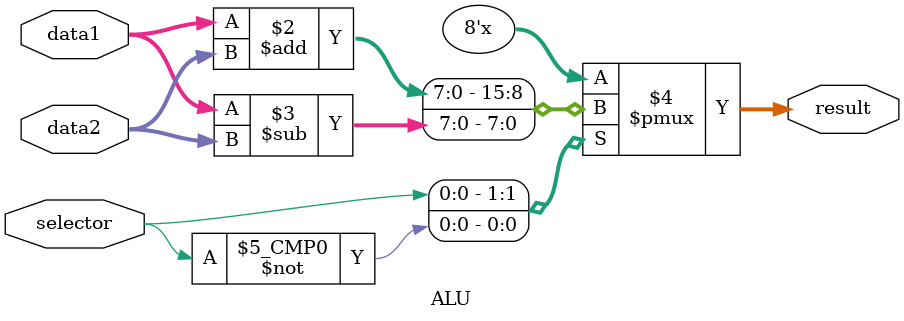
<source format=v>
`timescale 1ns / 1ps


module ALU(
    input [7:0] data1,
    input [7:0] data2,
    input selector,
    output reg [7:0] result
    );
    
    always @(data1,data2, selector)
        begin
            case(selector)
                1'b1: result = data1 + data2; //add
                1'b0: result = data1 - data2; //subtract
            endcase
        end
endmodule

</source>
